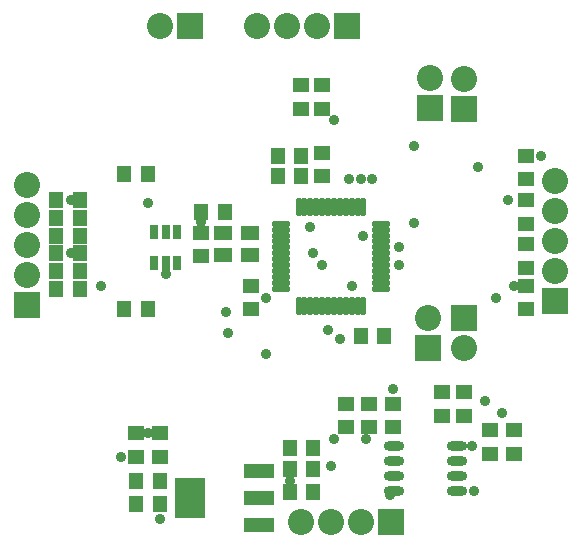
<source format=gts>
G04 Layer_Color=8388736*
%FSLAX25Y25*%
%MOIN*%
G70*
G01*
G75*
%ADD28R,0.05721X0.04737*%
%ADD29O,0.06312X0.01981*%
%ADD30O,0.01981X0.06312*%
%ADD31R,0.10249X0.13792*%
%ADD32R,0.10249X0.04737*%
%ADD33R,0.05918X0.04934*%
%ADD34R,0.04737X0.05721*%
%ADD35R,0.03162X0.05131*%
G04:AMPARAMS|DCode=36|XSize=69.02mil|YSize=31.62mil|CornerRadius=15.81mil|HoleSize=0mil|Usage=FLASHONLY|Rotation=180.000|XOffset=0mil|YOffset=0mil|HoleType=Round|Shape=RoundedRectangle|*
%AMROUNDEDRECTD36*
21,1,0.06902,0.00000,0,0,180.0*
21,1,0.03740,0.03162,0,0,180.0*
1,1,0.03162,-0.01870,0.00000*
1,1,0.03162,0.01870,0.00000*
1,1,0.03162,0.01870,0.00000*
1,1,0.03162,-0.01870,0.00000*
%
%ADD36ROUNDEDRECTD36*%
%ADD37R,0.08674X0.08674*%
%ADD38C,0.08674*%
%ADD39R,0.08674X0.08674*%
%ADD40C,0.03556*%
D28*
X150787Y49213D02*
D03*
Y41339D02*
D03*
X143307D02*
D03*
Y49213D02*
D03*
X103347Y143701D02*
D03*
Y151575D02*
D03*
X96457D02*
D03*
Y143701D02*
D03*
X62992Y102362D02*
D03*
Y94488D02*
D03*
X79724Y84646D02*
D03*
Y76772D02*
D03*
X103347Y128937D02*
D03*
Y121063D02*
D03*
X49213Y35433D02*
D03*
Y27559D02*
D03*
X41339Y35433D02*
D03*
Y27559D02*
D03*
X159449Y28543D02*
D03*
Y36417D02*
D03*
X111417Y45276D02*
D03*
Y37402D02*
D03*
X118898D02*
D03*
Y45276D02*
D03*
X126969Y37402D02*
D03*
Y45276D02*
D03*
X167323Y28543D02*
D03*
Y36417D02*
D03*
X171260Y76772D02*
D03*
Y84646D02*
D03*
Y98425D02*
D03*
Y90551D02*
D03*
Y127953D02*
D03*
Y120079D02*
D03*
Y105315D02*
D03*
Y113189D02*
D03*
D29*
X89764Y105315D02*
D03*
Y103347D02*
D03*
Y101378D02*
D03*
Y99410D02*
D03*
Y97441D02*
D03*
Y95472D02*
D03*
Y93504D02*
D03*
Y91535D02*
D03*
Y89567D02*
D03*
Y87598D02*
D03*
Y85630D02*
D03*
Y83661D02*
D03*
X122835D02*
D03*
Y85630D02*
D03*
Y87598D02*
D03*
Y89567D02*
D03*
Y91535D02*
D03*
Y93504D02*
D03*
Y95472D02*
D03*
Y97441D02*
D03*
Y99410D02*
D03*
Y101378D02*
D03*
Y103347D02*
D03*
Y105315D02*
D03*
D30*
X95472Y77953D02*
D03*
X97441D02*
D03*
X99410D02*
D03*
X101378D02*
D03*
X103347D02*
D03*
X105315D02*
D03*
X107283D02*
D03*
X109252D02*
D03*
X111221D02*
D03*
X113189D02*
D03*
X115157D02*
D03*
X117126D02*
D03*
Y111024D02*
D03*
X115157D02*
D03*
X113189D02*
D03*
X111221D02*
D03*
X109252D02*
D03*
X107283D02*
D03*
X105315D02*
D03*
X103347D02*
D03*
X101378D02*
D03*
X99410D02*
D03*
X97441D02*
D03*
X95472D02*
D03*
D31*
X59449Y13780D02*
D03*
D32*
X82284Y22835D02*
D03*
Y13780D02*
D03*
Y4724D02*
D03*
D33*
X70276Y94784D02*
D03*
Y102067D02*
D03*
X79331D02*
D03*
Y94784D02*
D03*
D34*
X70866Y109252D02*
D03*
X62992D02*
D03*
X22638Y107283D02*
D03*
X14764D02*
D03*
Y83661D02*
D03*
X22638D02*
D03*
Y89567D02*
D03*
X14764D02*
D03*
X22638Y95472D02*
D03*
X14764D02*
D03*
X22638Y101378D02*
D03*
X14764D02*
D03*
Y113189D02*
D03*
X22638D02*
D03*
X45276Y122047D02*
D03*
X37402D02*
D03*
Y76772D02*
D03*
X45276D02*
D03*
X116142Y67913D02*
D03*
X124016D02*
D03*
X96457Y121063D02*
D03*
X88583D02*
D03*
X96457Y127953D02*
D03*
X88583D02*
D03*
X92520Y30512D02*
D03*
X100394D02*
D03*
Y23622D02*
D03*
X92520D02*
D03*
X100394Y15748D02*
D03*
X92520D02*
D03*
X49213Y19685D02*
D03*
X41339D02*
D03*
Y11811D02*
D03*
X49213D02*
D03*
D35*
X54921Y102559D02*
D03*
X51181D02*
D03*
X47441D02*
D03*
Y92323D02*
D03*
X51181D02*
D03*
X54921D02*
D03*
D36*
X148425Y16122D02*
D03*
Y21122D02*
D03*
Y26122D02*
D03*
Y31122D02*
D03*
X127165D02*
D03*
Y26122D02*
D03*
Y21122D02*
D03*
Y16122D02*
D03*
D37*
X150689Y143642D02*
D03*
X139272Y143799D02*
D03*
X4921Y78268D02*
D03*
X181102Y79409D02*
D03*
X150591Y73976D02*
D03*
X138779Y63976D02*
D03*
D38*
X150689Y153642D02*
D03*
X139272Y153799D02*
D03*
X4921Y98268D02*
D03*
Y88268D02*
D03*
Y108268D02*
D03*
Y118268D02*
D03*
X181102Y99410D02*
D03*
Y89410D02*
D03*
Y109409D02*
D03*
Y119409D02*
D03*
X150591Y63976D02*
D03*
X138779Y73976D02*
D03*
X49213Y171260D02*
D03*
X91535D02*
D03*
X101535D02*
D03*
X81535D02*
D03*
X106299Y5906D02*
D03*
X116299D02*
D03*
X96299D02*
D03*
D39*
X59213Y171260D02*
D03*
X111535D02*
D03*
X126299Y5906D02*
D03*
D40*
X155170Y124358D02*
D03*
X133858Y131102D02*
D03*
Y105512D02*
D03*
X107283Y139764D02*
D03*
X120079Y120079D02*
D03*
X112205Y120079D02*
D03*
X116142D02*
D03*
X106299Y24606D02*
D03*
X36417Y27559D02*
D03*
X45276Y35433D02*
D03*
X49213Y6890D02*
D03*
X45276Y112205D02*
D03*
X29528Y84646D02*
D03*
X176181Y127953D02*
D03*
X161417Y80709D02*
D03*
X84646Y62008D02*
D03*
X109252Y66929D02*
D03*
X105315Y69882D02*
D03*
X128937Y91535D02*
D03*
Y97441D02*
D03*
X117126Y101378D02*
D03*
X165354Y113189D02*
D03*
X100394Y95472D02*
D03*
X103347Y91535D02*
D03*
X163386Y42323D02*
D03*
X126969Y50197D02*
D03*
X71850Y68898D02*
D03*
X71457Y75787D02*
D03*
X84646Y80709D02*
D03*
X62992Y105807D02*
D03*
X113189Y84646D02*
D03*
X99409Y104331D02*
D03*
X51181Y88583D02*
D03*
X19685Y95472D02*
D03*
Y113189D02*
D03*
X167323Y84646D02*
D03*
X118110Y33465D02*
D03*
X107283D02*
D03*
X157480Y46260D02*
D03*
X153169Y31122D02*
D03*
X125984Y14764D02*
D03*
X153917Y16122D02*
D03*
X92520Y19685D02*
D03*
M02*

</source>
